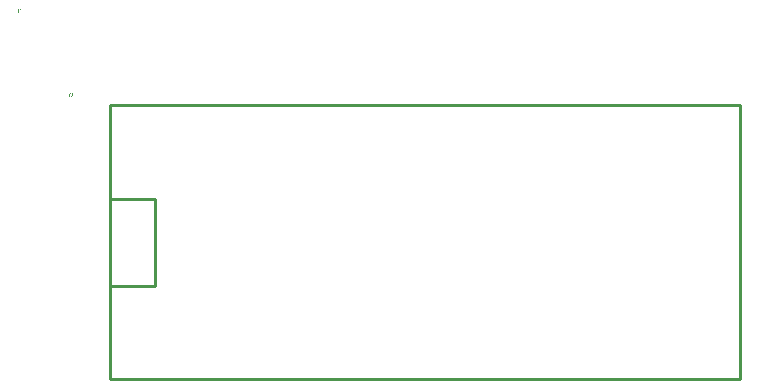
<source format=gbo>
G04*
G04 #@! TF.GenerationSoftware,Altium Limited,Altium Designer,19.1.5 (86)*
G04*
G04 Layer_Color=32896*
%FSLAX44Y44*%
%MOMM*%
G71*
G01*
G75*
%ADD11C,0.2540*%
G36*
X155383Y718872D02*
X155477Y718858D01*
X155566Y718839D01*
X155646Y718815D01*
X155721Y718783D01*
X155792Y718750D01*
X155857Y718717D01*
X155914Y718679D01*
X155965Y718642D01*
X156012Y718609D01*
X156050Y718571D01*
X156083Y718543D01*
X156106Y718519D01*
X156125Y718501D01*
X156135Y718486D01*
X156139Y718482D01*
X156186Y718421D01*
X156224Y718355D01*
X156261Y718294D01*
X156290Y718228D01*
X156336Y718101D01*
X156365Y717979D01*
X156374Y717927D01*
X156383Y717876D01*
X156388Y717833D01*
X156393Y717796D01*
X156398Y717763D01*
Y717739D01*
Y717725D01*
Y717720D01*
X156393Y717636D01*
X156383Y717556D01*
X156369Y717476D01*
X156351Y717406D01*
X156327Y717340D01*
X156304Y717274D01*
X156276Y717218D01*
X156252Y717166D01*
X156224Y717119D01*
X156196Y717077D01*
X156172Y717044D01*
X156149Y717011D01*
X156130Y716988D01*
X156116Y716973D01*
X156106Y716964D01*
X156102Y716959D01*
X156045Y716908D01*
X155989Y716861D01*
X155928Y716823D01*
X155867Y716790D01*
X155806Y716757D01*
X155744Y716734D01*
X155632Y716701D01*
X155580Y716687D01*
X155533Y716677D01*
X155491Y716673D01*
X155453Y716668D01*
X155425Y716663D01*
X155322D01*
X155265Y716673D01*
X155152Y716696D01*
X155049Y716729D01*
X154955Y716767D01*
X154880Y716804D01*
X154847Y716823D01*
X154819Y716837D01*
X154795Y716851D01*
X154781Y716861D01*
X154772Y716865D01*
X154767Y716870D01*
X154941Y715991D01*
X156243D01*
Y715611D01*
X154626D01*
X154311Y717283D01*
X154687Y717335D01*
X154720Y717283D01*
X154762Y717241D01*
X154800Y717199D01*
X154838Y717166D01*
X154875Y717142D01*
X154903Y717119D01*
X154922Y717110D01*
X154927Y717105D01*
X154988Y717077D01*
X155049Y717053D01*
X155105Y717039D01*
X155162Y717025D01*
X155209Y717020D01*
X155246Y717016D01*
X155336D01*
X155392Y717025D01*
X155491Y717049D01*
X155575Y717081D01*
X155651Y717114D01*
X155707Y717152D01*
X155749Y717185D01*
X155773Y717208D01*
X155782Y717213D01*
Y717218D01*
X155848Y717298D01*
X155895Y717382D01*
X155928Y717471D01*
X155951Y717561D01*
X155965Y717636D01*
X155970Y717669D01*
Y717697D01*
X155975Y717720D01*
Y717739D01*
Y717749D01*
Y717753D01*
Y717819D01*
X155965Y717880D01*
X155942Y717998D01*
X155909Y718096D01*
X155876Y718176D01*
X155838Y718242D01*
X155806Y718294D01*
X155792Y718308D01*
X155782Y718322D01*
X155777Y718327D01*
X155773Y718331D01*
X155735Y718369D01*
X155697Y718402D01*
X155613Y718458D01*
X155533Y718496D01*
X155453Y718519D01*
X155387Y718538D01*
X155331Y718543D01*
X155312Y718548D01*
X155284D01*
X155195Y718543D01*
X155115Y718524D01*
X155044Y718501D01*
X154988Y718472D01*
X154936Y718444D01*
X154899Y718421D01*
X154880Y718402D01*
X154871Y718397D01*
X154814Y718331D01*
X154767Y718261D01*
X154729Y718181D01*
X154701Y718111D01*
X154683Y718040D01*
X154668Y717988D01*
X154664Y717965D01*
X154659Y717951D01*
Y717941D01*
Y717937D01*
X154241Y717970D01*
X154250Y718045D01*
X154264Y718115D01*
X154307Y718247D01*
X154358Y718360D01*
X154387Y718411D01*
X154415Y718454D01*
X154438Y718496D01*
X154466Y718533D01*
X154490Y718562D01*
X154513Y718585D01*
X154532Y718604D01*
X154542Y718623D01*
X154551Y718627D01*
X154556Y718632D01*
X154612Y718674D01*
X154668Y718712D01*
X154729Y718745D01*
X154791Y718773D01*
X154908Y718815D01*
X155026Y718844D01*
X155077Y718858D01*
X155129Y718862D01*
X155171Y718867D01*
X155209Y718872D01*
X155242Y718876D01*
X155284D01*
X155383Y718872D01*
D02*
G37*
G36*
X152582Y718867D02*
X152657Y718858D01*
X152728Y718848D01*
X152798Y718834D01*
X152859Y718820D01*
X152916Y718806D01*
X152967Y718787D01*
X153014Y718768D01*
X153052Y718754D01*
X153090Y718740D01*
X153118Y718726D01*
X153141Y718712D01*
X153155Y718707D01*
X153165Y718698D01*
X153169D01*
X153273Y718627D01*
X153357Y718548D01*
X153423Y718472D01*
X153480Y718397D01*
X153522Y718331D01*
X153550Y718280D01*
X153559Y718261D01*
X153569Y718247D01*
X153574Y718237D01*
Y718233D01*
X153592Y718176D01*
X153611Y718115D01*
X153639Y717988D01*
X153658Y717857D01*
X153672Y717730D01*
X153677Y717673D01*
X153682Y717617D01*
Y717570D01*
X153686Y717528D01*
Y717495D01*
Y717471D01*
Y717453D01*
Y717448D01*
Y715568D01*
X153254D01*
Y717448D01*
Y717556D01*
X153245Y717659D01*
X153235Y717749D01*
X153221Y717833D01*
X153207Y717908D01*
X153188Y717979D01*
X153174Y718040D01*
X153155Y718092D01*
X153137Y718134D01*
X153118Y718176D01*
X153099Y718204D01*
X153085Y718233D01*
X153071Y718251D01*
X153061Y718266D01*
X153057Y718270D01*
X153052Y718275D01*
X153010Y718313D01*
X152963Y718345D01*
X152859Y718397D01*
X152751Y718435D01*
X152638Y718458D01*
X152535Y718477D01*
X152493Y718482D01*
X152451D01*
X152422Y718486D01*
X152375D01*
X152277Y718482D01*
X152187Y718468D01*
X152103Y718454D01*
X152037Y718430D01*
X151981Y718411D01*
X151938Y718397D01*
X151915Y718383D01*
X151905Y718378D01*
X151840Y718336D01*
X151783Y718284D01*
X151736Y718233D01*
X151703Y718186D01*
X151675Y718139D01*
X151652Y718106D01*
X151642Y718082D01*
X151637Y718073D01*
X151623Y718031D01*
X151614Y717988D01*
X151595Y717890D01*
X151581Y717786D01*
X151572Y717683D01*
X151567Y717594D01*
Y717551D01*
X151562Y717518D01*
Y717490D01*
Y717467D01*
Y717453D01*
Y717448D01*
Y715568D01*
X151130D01*
Y717448D01*
Y717542D01*
X151135Y717631D01*
X151139Y717716D01*
X151149Y717796D01*
X151158Y717866D01*
X151168Y717932D01*
X151182Y717993D01*
X151191Y718049D01*
X151201Y718101D01*
X151215Y718143D01*
X151224Y718181D01*
X151233Y718209D01*
X151243Y718233D01*
X151248Y718251D01*
X151252Y718261D01*
Y718266D01*
X151304Y718369D01*
X151370Y718463D01*
X151435Y718538D01*
X151506Y718604D01*
X151567Y718656D01*
X151619Y718693D01*
X151637Y718703D01*
X151652Y718712D01*
X151661Y718721D01*
X151666D01*
X151783Y718773D01*
X151905Y718811D01*
X152032Y718839D01*
X152150Y718858D01*
X152201Y718862D01*
X152253Y718867D01*
X152300Y718872D01*
X152338D01*
X152371Y718876D01*
X152413D01*
X152582Y718867D01*
D02*
G37*
G36*
X195650Y647147D02*
X195777Y647123D01*
X195885Y647085D01*
X195979Y647048D01*
X196021Y647024D01*
X196054Y647005D01*
X196087Y646987D01*
X196110Y646968D01*
X196129Y646954D01*
X196143Y646944D01*
X196153Y646940D01*
X196157Y646935D01*
X196247Y646846D01*
X196317Y646747D01*
X196374Y646644D01*
X196420Y646540D01*
X196449Y646451D01*
X196463Y646413D01*
X196472Y646380D01*
X196477Y646352D01*
X196482Y646334D01*
X196486Y646320D01*
Y646315D01*
X196087Y646244D01*
X196068Y646348D01*
X196040Y646437D01*
X196007Y646512D01*
X195974Y646573D01*
X195941Y646620D01*
X195913Y646653D01*
X195894Y646677D01*
X195889Y646681D01*
X195828Y646728D01*
X195763Y646766D01*
X195702Y646789D01*
X195641Y646808D01*
X195584Y646818D01*
X195542Y646827D01*
X195504D01*
X195420Y646822D01*
X195345Y646804D01*
X195279Y646780D01*
X195222Y646757D01*
X195180Y646728D01*
X195147Y646705D01*
X195124Y646686D01*
X195119Y646681D01*
X195067Y646625D01*
X195030Y646564D01*
X195006Y646503D01*
X194987Y646446D01*
X194978Y646395D01*
X194968Y646357D01*
Y646329D01*
Y646324D01*
Y646320D01*
Y646268D01*
X194978Y646221D01*
X195001Y646141D01*
X195034Y646070D01*
X195072Y646009D01*
X195110Y645967D01*
X195142Y645934D01*
X195166Y645915D01*
X195171Y645911D01*
X195175D01*
X195255Y645868D01*
X195330Y645835D01*
X195410Y645812D01*
X195481Y645798D01*
X195542Y645788D01*
X195593Y645779D01*
X195655D01*
X195673Y645784D01*
X195697D01*
X195744Y645431D01*
X195683Y645445D01*
X195626Y645455D01*
X195579Y645464D01*
X195537Y645469D01*
X195504Y645474D01*
X195462D01*
X195363Y645464D01*
X195274Y645445D01*
X195194Y645417D01*
X195128Y645384D01*
X195077Y645351D01*
X195039Y645323D01*
X195016Y645304D01*
X195006Y645295D01*
X194945Y645225D01*
X194898Y645149D01*
X194865Y645074D01*
X194846Y644999D01*
X194832Y644938D01*
X194828Y644886D01*
X194823Y644867D01*
Y644853D01*
Y644844D01*
Y644839D01*
X194832Y644736D01*
X194856Y644642D01*
X194884Y644562D01*
X194922Y644492D01*
X194959Y644435D01*
X194987Y644393D01*
X195011Y644365D01*
X195020Y644355D01*
X195095Y644289D01*
X195175Y644242D01*
X195255Y644210D01*
X195330Y644186D01*
X195396Y644172D01*
X195448Y644167D01*
X195467Y644163D01*
X195495D01*
X195579Y644167D01*
X195659Y644186D01*
X195730Y644210D01*
X195786Y644238D01*
X195833Y644261D01*
X195871Y644285D01*
X195889Y644304D01*
X195899Y644308D01*
X195955Y644374D01*
X196002Y644449D01*
X196045Y644529D01*
X196077Y644614D01*
X196101Y644684D01*
X196110Y644717D01*
X196115Y644745D01*
X196120Y644769D01*
X196124Y644788D01*
X196129Y644797D01*
Y644802D01*
X196529Y644750D01*
X196519Y644675D01*
X196505Y644604D01*
X196463Y644473D01*
X196411Y644360D01*
X196383Y644313D01*
X196355Y644266D01*
X196327Y644224D01*
X196298Y644191D01*
X196275Y644158D01*
X196251Y644134D01*
X196237Y644116D01*
X196223Y644101D01*
X196214Y644092D01*
X196209Y644087D01*
X196153Y644045D01*
X196096Y644003D01*
X196040Y643970D01*
X195979Y643942D01*
X195861Y643895D01*
X195749Y643867D01*
X195697Y643857D01*
X195650Y643848D01*
X195608Y643843D01*
X195570Y643838D01*
X195542Y643834D01*
X195499D01*
X195410Y643838D01*
X195330Y643848D01*
X195250Y643862D01*
X195175Y643881D01*
X195105Y643904D01*
X195044Y643928D01*
X194983Y643956D01*
X194931Y643984D01*
X194879Y644008D01*
X194837Y644036D01*
X194799Y644059D01*
X194771Y644083D01*
X194748Y644101D01*
X194729Y644116D01*
X194720Y644125D01*
X194715Y644130D01*
X194658Y644186D01*
X194611Y644247D01*
X194569Y644308D01*
X194531Y644369D01*
X194503Y644426D01*
X194475Y644487D01*
X194438Y644600D01*
X194428Y644651D01*
X194419Y644698D01*
X194409Y644741D01*
X194405Y644778D01*
X194400Y644806D01*
Y644830D01*
Y644844D01*
Y644849D01*
X194405Y644961D01*
X194424Y645065D01*
X194452Y645154D01*
X194480Y645229D01*
X194508Y645290D01*
X194536Y645337D01*
X194555Y645366D01*
X194560Y645375D01*
X194625Y645445D01*
X194696Y645507D01*
X194771Y645554D01*
X194846Y645591D01*
X194912Y645619D01*
X194964Y645638D01*
X194983Y645643D01*
X194997Y645648D01*
X195006Y645652D01*
X195011D01*
X194931Y645695D01*
X194865Y645737D01*
X194809Y645784D01*
X194762Y645826D01*
X194724Y645864D01*
X194696Y645897D01*
X194682Y645915D01*
X194677Y645925D01*
X194640Y645991D01*
X194611Y646056D01*
X194588Y646122D01*
X194574Y646183D01*
X194564Y646235D01*
X194560Y646273D01*
Y646301D01*
Y646310D01*
X194564Y646390D01*
X194578Y646470D01*
X194597Y646540D01*
X194621Y646601D01*
X194644Y646653D01*
X194663Y646695D01*
X194677Y646719D01*
X194682Y646728D01*
X194729Y646799D01*
X194785Y646860D01*
X194842Y646911D01*
X194898Y646958D01*
X194945Y646991D01*
X194987Y647020D01*
X195016Y647034D01*
X195020Y647038D01*
X195025D01*
X195110Y647076D01*
X195194Y647104D01*
X195279Y647128D01*
X195354Y647142D01*
X195415Y647151D01*
X195467Y647156D01*
X195584D01*
X195650Y647147D01*
D02*
G37*
G36*
X199644Y645262D02*
Y645168D01*
X199639Y645079D01*
X199635Y644994D01*
X199625Y644914D01*
X199616Y644844D01*
X199606Y644778D01*
X199592Y644717D01*
X199583Y644661D01*
X199574Y644609D01*
X199559Y644567D01*
X199550Y644529D01*
X199541Y644501D01*
X199531Y644477D01*
X199527Y644459D01*
X199522Y644449D01*
Y644445D01*
X199470Y644341D01*
X199404Y644247D01*
X199339Y644172D01*
X199268Y644106D01*
X199207Y644054D01*
X199155Y644017D01*
X199137Y644008D01*
X199123Y643998D01*
X199113Y643989D01*
X199108D01*
X198991Y643937D01*
X198869Y643900D01*
X198742Y643871D01*
X198624Y643852D01*
X198573Y643848D01*
X198521Y643843D01*
X198474Y643838D01*
X198436D01*
X198403Y643834D01*
X198361D01*
X198192Y643843D01*
X198117Y643852D01*
X198046Y643862D01*
X197976Y643876D01*
X197915Y643890D01*
X197858Y643904D01*
X197807Y643923D01*
X197760Y643942D01*
X197722Y643956D01*
X197685Y643970D01*
X197656Y643984D01*
X197633Y643998D01*
X197619Y644003D01*
X197609Y644012D01*
X197605D01*
X197501Y644083D01*
X197417Y644163D01*
X197351Y644238D01*
X197295Y644313D01*
X197252Y644379D01*
X197224Y644430D01*
X197215Y644449D01*
X197205Y644463D01*
X197201Y644473D01*
Y644477D01*
X197182Y644534D01*
X197163Y644595D01*
X197135Y644722D01*
X197116Y644853D01*
X197102Y644980D01*
X197097Y645037D01*
X197092Y645093D01*
Y645140D01*
X197088Y645182D01*
Y645215D01*
Y645239D01*
Y645257D01*
Y645262D01*
Y647142D01*
X197520D01*
Y645262D01*
Y645154D01*
X197530Y645051D01*
X197539Y644961D01*
X197553Y644877D01*
X197567Y644802D01*
X197586Y644731D01*
X197600Y644670D01*
X197619Y644618D01*
X197638Y644576D01*
X197656Y644534D01*
X197675Y644506D01*
X197689Y644477D01*
X197703Y644459D01*
X197713Y644445D01*
X197717Y644440D01*
X197722Y644435D01*
X197764Y644398D01*
X197811Y644365D01*
X197915Y644313D01*
X198023Y644275D01*
X198136Y644252D01*
X198239Y644233D01*
X198281Y644228D01*
X198324D01*
X198352Y644224D01*
X198399D01*
X198498Y644228D01*
X198587Y644242D01*
X198671Y644257D01*
X198737Y644280D01*
X198794Y644299D01*
X198836Y644313D01*
X198859Y644327D01*
X198869Y644332D01*
X198934Y644374D01*
X198991Y644426D01*
X199038Y644477D01*
X199071Y644524D01*
X199099Y644571D01*
X199123Y644604D01*
X199132Y644628D01*
X199137Y644637D01*
X199151Y644679D01*
X199160Y644722D01*
X199179Y644820D01*
X199193Y644924D01*
X199202Y645027D01*
X199207Y645117D01*
Y645159D01*
X199212Y645192D01*
Y645220D01*
Y645243D01*
Y645257D01*
Y645262D01*
Y647142D01*
X199644D01*
Y645262D01*
D02*
G37*
D11*
X228893Y405130D02*
Y457200D01*
Y584200D02*
Y637540D01*
Y483870D02*
X266993D01*
Y557530D01*
X228893D02*
X266993D01*
X762293Y405130D02*
Y637540D01*
X228893Y405130D02*
X762293Y405130D01*
X228893Y457200D02*
Y584200D01*
Y637540D02*
X762293Y637540D01*
M02*

</source>
